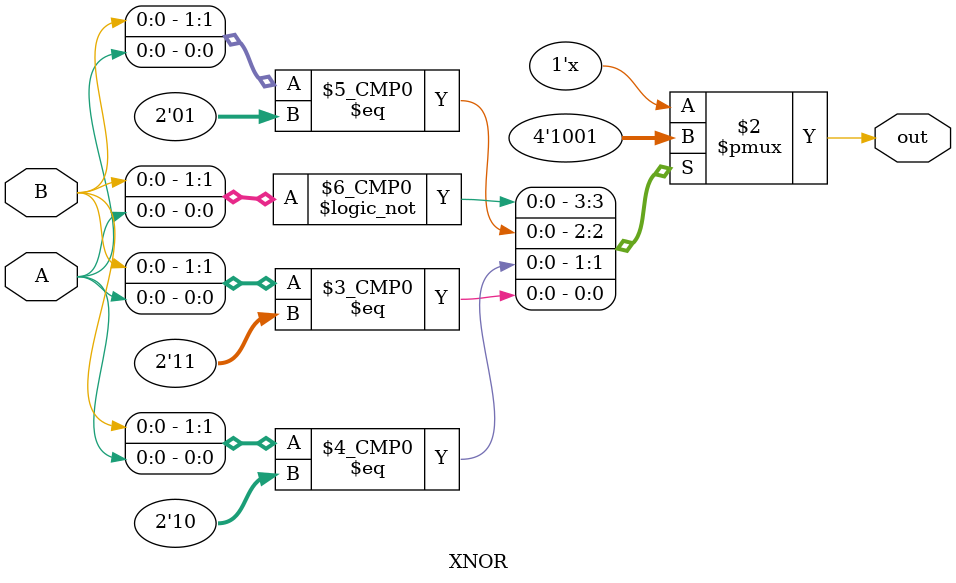
<source format=v>


module XNOR(output out,input A,B);
always@(B,A)
 begin
  case({B,A})
   2'b00: {out} = 1'b1;
   2'b01: {out} = 1'b0;
   2'b10: {out} = 1'b0;
   2'b11: {out} = 1'b1;
  endcase
 end
endmodule


</source>
